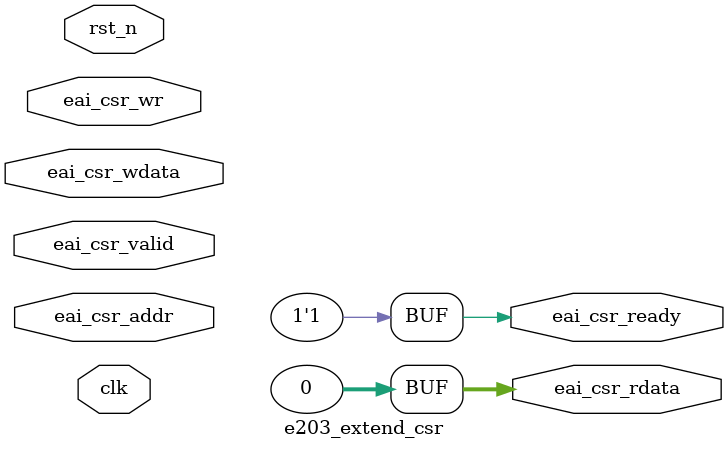
<source format=v>
module e203_extend_csr(
  input          eai_csr_valid,
  output         eai_csr_ready,
  input   [31:0] eai_csr_addr,
  input          eai_csr_wr,
  input   [31:0] eai_csr_wdata,
  output  [31:0] eai_csr_rdata,
  input  clk,
  input  rst_n
  );
  assign eai_csr_ready = 1'b1;
  assign eai_csr_rdata = 32'b0;
endmodule
</source>
